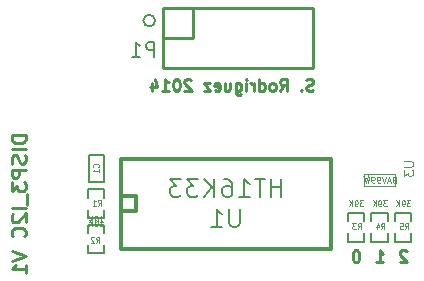
<source format=gbo>
%FSLAX34Y34*%
G04 Gerber Fmt 3.4, Leading zero omitted, Abs format*
G04 (created by PCBNEW (2014-04-07 BZR 4791)-product) date ons  9 apr 2014 20:42:48*
%MOIN*%
G01*
G70*
G90*
G04 APERTURE LIST*
%ADD10C,0.005906*%
%ADD11C,0.009843*%
%ADD12C,0.007874*%
%ADD13C,0.005000*%
%ADD14C,0.010000*%
%ADD15C,0.012000*%
%ADD16C,0.003100*%
%ADD17C,0.004500*%
%ADD18C,0.008000*%
%ADD19C,0.006000*%
%ADD20C,0.004700*%
%ADD21C,0.003900*%
G04 APERTURE END LIST*
G54D10*
G54D11*
X57236Y-37167D02*
X57180Y-37185D01*
X57086Y-37185D01*
X57049Y-37167D01*
X57030Y-37148D01*
X57011Y-37110D01*
X57011Y-37073D01*
X57030Y-37035D01*
X57049Y-37017D01*
X57086Y-36998D01*
X57161Y-36979D01*
X57199Y-36961D01*
X57217Y-36942D01*
X57236Y-36904D01*
X57236Y-36867D01*
X57217Y-36829D01*
X57199Y-36811D01*
X57161Y-36792D01*
X57067Y-36792D01*
X57011Y-36811D01*
X56842Y-37148D02*
X56824Y-37167D01*
X56842Y-37185D01*
X56861Y-37167D01*
X56842Y-37148D01*
X56842Y-37185D01*
X56130Y-37185D02*
X56261Y-36998D01*
X56355Y-37185D02*
X56355Y-36792D01*
X56205Y-36792D01*
X56167Y-36811D01*
X56149Y-36829D01*
X56130Y-36867D01*
X56130Y-36923D01*
X56149Y-36961D01*
X56167Y-36979D01*
X56205Y-36998D01*
X56355Y-36998D01*
X55905Y-37185D02*
X55943Y-37167D01*
X55961Y-37148D01*
X55980Y-37110D01*
X55980Y-36998D01*
X55961Y-36961D01*
X55943Y-36942D01*
X55905Y-36923D01*
X55849Y-36923D01*
X55811Y-36942D01*
X55793Y-36961D01*
X55774Y-36998D01*
X55774Y-37110D01*
X55793Y-37148D01*
X55811Y-37167D01*
X55849Y-37185D01*
X55905Y-37185D01*
X55436Y-37185D02*
X55436Y-36792D01*
X55436Y-37167D02*
X55474Y-37185D01*
X55549Y-37185D01*
X55586Y-37167D01*
X55605Y-37148D01*
X55624Y-37110D01*
X55624Y-36998D01*
X55605Y-36961D01*
X55586Y-36942D01*
X55549Y-36923D01*
X55474Y-36923D01*
X55436Y-36942D01*
X55249Y-37185D02*
X55249Y-36923D01*
X55249Y-36998D02*
X55230Y-36961D01*
X55211Y-36942D01*
X55174Y-36923D01*
X55136Y-36923D01*
X55005Y-37185D02*
X55005Y-36923D01*
X55005Y-36792D02*
X55024Y-36811D01*
X55005Y-36829D01*
X54986Y-36811D01*
X55005Y-36792D01*
X55005Y-36829D01*
X54649Y-36923D02*
X54649Y-37242D01*
X54668Y-37279D01*
X54686Y-37298D01*
X54724Y-37317D01*
X54780Y-37317D01*
X54818Y-37298D01*
X54649Y-37167D02*
X54686Y-37185D01*
X54761Y-37185D01*
X54799Y-37167D01*
X54818Y-37148D01*
X54836Y-37110D01*
X54836Y-36998D01*
X54818Y-36961D01*
X54799Y-36942D01*
X54761Y-36923D01*
X54686Y-36923D01*
X54649Y-36942D01*
X54293Y-36923D02*
X54293Y-37185D01*
X54461Y-36923D02*
X54461Y-37129D01*
X54443Y-37167D01*
X54405Y-37185D01*
X54349Y-37185D01*
X54311Y-37167D01*
X54293Y-37148D01*
X53955Y-37167D02*
X53993Y-37185D01*
X54068Y-37185D01*
X54105Y-37167D01*
X54124Y-37129D01*
X54124Y-36979D01*
X54105Y-36942D01*
X54068Y-36923D01*
X53993Y-36923D01*
X53955Y-36942D01*
X53937Y-36979D01*
X53937Y-37017D01*
X54124Y-37054D01*
X53805Y-36923D02*
X53599Y-36923D01*
X53805Y-37185D01*
X53599Y-37185D01*
X53168Y-36829D02*
X53149Y-36811D01*
X53112Y-36792D01*
X53018Y-36792D01*
X52980Y-36811D01*
X52962Y-36829D01*
X52943Y-36867D01*
X52943Y-36904D01*
X52962Y-36961D01*
X53187Y-37185D01*
X52943Y-37185D01*
X52699Y-36792D02*
X52662Y-36792D01*
X52624Y-36811D01*
X52605Y-36829D01*
X52587Y-36867D01*
X52568Y-36942D01*
X52568Y-37035D01*
X52587Y-37110D01*
X52605Y-37148D01*
X52624Y-37167D01*
X52662Y-37185D01*
X52699Y-37185D01*
X52737Y-37167D01*
X52755Y-37148D01*
X52774Y-37110D01*
X52793Y-37035D01*
X52793Y-36942D01*
X52774Y-36867D01*
X52755Y-36829D01*
X52737Y-36811D01*
X52699Y-36792D01*
X52193Y-37185D02*
X52418Y-37185D01*
X52305Y-37185D02*
X52305Y-36792D01*
X52343Y-36848D01*
X52380Y-36886D01*
X52418Y-36904D01*
X51856Y-36923D02*
X51856Y-37185D01*
X51949Y-36773D02*
X52043Y-37054D01*
X51799Y-37054D01*
X47654Y-38661D02*
X47182Y-38661D01*
X47182Y-38773D01*
X47204Y-38841D01*
X47249Y-38886D01*
X47294Y-38908D01*
X47384Y-38931D01*
X47452Y-38931D01*
X47542Y-38908D01*
X47587Y-38886D01*
X47632Y-38841D01*
X47654Y-38773D01*
X47654Y-38661D01*
X47654Y-39133D02*
X47182Y-39133D01*
X47632Y-39336D02*
X47654Y-39403D01*
X47654Y-39516D01*
X47632Y-39561D01*
X47609Y-39583D01*
X47564Y-39606D01*
X47519Y-39606D01*
X47474Y-39583D01*
X47452Y-39561D01*
X47429Y-39516D01*
X47407Y-39426D01*
X47384Y-39381D01*
X47362Y-39358D01*
X47317Y-39336D01*
X47272Y-39336D01*
X47227Y-39358D01*
X47204Y-39381D01*
X47182Y-39426D01*
X47182Y-39538D01*
X47204Y-39606D01*
X47654Y-39808D02*
X47182Y-39808D01*
X47182Y-39988D01*
X47204Y-40033D01*
X47227Y-40056D01*
X47272Y-40078D01*
X47339Y-40078D01*
X47384Y-40056D01*
X47407Y-40033D01*
X47429Y-39988D01*
X47429Y-39808D01*
X47182Y-40236D02*
X47182Y-40528D01*
X47362Y-40371D01*
X47362Y-40438D01*
X47384Y-40483D01*
X47407Y-40506D01*
X47452Y-40528D01*
X47564Y-40528D01*
X47609Y-40506D01*
X47632Y-40483D01*
X47654Y-40438D01*
X47654Y-40303D01*
X47632Y-40258D01*
X47609Y-40236D01*
X47699Y-40618D02*
X47699Y-40978D01*
X47654Y-41091D02*
X47182Y-41091D01*
X47227Y-41293D02*
X47204Y-41316D01*
X47182Y-41361D01*
X47182Y-41473D01*
X47204Y-41518D01*
X47227Y-41541D01*
X47272Y-41563D01*
X47317Y-41563D01*
X47384Y-41541D01*
X47654Y-41271D01*
X47654Y-41563D01*
X47609Y-42035D02*
X47632Y-42013D01*
X47654Y-41946D01*
X47654Y-41901D01*
X47632Y-41833D01*
X47587Y-41788D01*
X47542Y-41766D01*
X47452Y-41743D01*
X47384Y-41743D01*
X47294Y-41766D01*
X47249Y-41788D01*
X47204Y-41833D01*
X47182Y-41901D01*
X47182Y-41946D01*
X47204Y-42013D01*
X47227Y-42035D01*
X47182Y-42530D02*
X47654Y-42688D01*
X47182Y-42845D01*
X47654Y-43250D02*
X47654Y-42980D01*
X47654Y-43115D02*
X47182Y-43115D01*
X47249Y-43070D01*
X47294Y-43025D01*
X47317Y-42980D01*
X60348Y-42538D02*
X60329Y-42519D01*
X60292Y-42500D01*
X60198Y-42500D01*
X60161Y-42519D01*
X60142Y-42538D01*
X60123Y-42575D01*
X60123Y-42613D01*
X60142Y-42669D01*
X60367Y-42894D01*
X60123Y-42894D01*
X59336Y-42894D02*
X59561Y-42894D01*
X59448Y-42894D02*
X59448Y-42500D01*
X59486Y-42557D01*
X59523Y-42594D01*
X59561Y-42613D01*
X58680Y-42500D02*
X58642Y-42500D01*
X58605Y-42519D01*
X58586Y-42538D01*
X58567Y-42575D01*
X58548Y-42650D01*
X58548Y-42744D01*
X58567Y-42819D01*
X58586Y-42857D01*
X58605Y-42875D01*
X58642Y-42894D01*
X58680Y-42894D01*
X58717Y-42875D01*
X58736Y-42857D01*
X58755Y-42819D01*
X58773Y-42744D01*
X58773Y-42650D01*
X58755Y-42575D01*
X58736Y-42538D01*
X58717Y-42519D01*
X58680Y-42500D01*
G54D12*
X51968Y-34842D02*
G75*
G03X51968Y-34842I-196J0D01*
G74*
G01*
G54D13*
X50250Y-40213D02*
X50250Y-39313D01*
X50250Y-39313D02*
X49750Y-39313D01*
X49750Y-39313D02*
X49750Y-40213D01*
X49750Y-40213D02*
X50250Y-40213D01*
G54D14*
X52224Y-36433D02*
X57224Y-36433D01*
X57224Y-36433D02*
X57224Y-34433D01*
X57224Y-34433D02*
X53224Y-34433D01*
X52224Y-36433D02*
X52224Y-35433D01*
X52224Y-34433D02*
X53224Y-34433D01*
X52224Y-35433D02*
X53224Y-35433D01*
X53224Y-35433D02*
X53224Y-34433D01*
X52224Y-34433D02*
X52224Y-35433D01*
G54D13*
X50275Y-41141D02*
X50275Y-41419D01*
X50275Y-41419D02*
X49725Y-41419D01*
X49725Y-41419D02*
X49725Y-41141D01*
X50275Y-40469D02*
X50275Y-40747D01*
X50275Y-40469D02*
X49725Y-40469D01*
X49725Y-40469D02*
X49725Y-40747D01*
X49725Y-41928D02*
X49725Y-41650D01*
X49725Y-41650D02*
X50275Y-41650D01*
X50275Y-41650D02*
X50275Y-41928D01*
X49725Y-42600D02*
X49725Y-42322D01*
X49725Y-42600D02*
X50275Y-42600D01*
X50275Y-42600D02*
X50275Y-42322D01*
X58936Y-41929D02*
X58936Y-42207D01*
X58936Y-42207D02*
X58386Y-42207D01*
X58386Y-42207D02*
X58386Y-41929D01*
X58936Y-41257D02*
X58936Y-41535D01*
X58936Y-41257D02*
X58386Y-41257D01*
X58386Y-41257D02*
X58386Y-41535D01*
X59723Y-41929D02*
X59723Y-42207D01*
X59723Y-42207D02*
X59173Y-42207D01*
X59173Y-42207D02*
X59173Y-41929D01*
X59723Y-41257D02*
X59723Y-41535D01*
X59723Y-41257D02*
X59173Y-41257D01*
X59173Y-41257D02*
X59173Y-41535D01*
X60511Y-41929D02*
X60511Y-42207D01*
X60511Y-42207D02*
X59961Y-42207D01*
X59961Y-42207D02*
X59961Y-41929D01*
X60511Y-41257D02*
X60511Y-41535D01*
X60511Y-41257D02*
X59961Y-41257D01*
X59961Y-41257D02*
X59961Y-41535D01*
G54D15*
X57830Y-41944D02*
X57830Y-39444D01*
X57830Y-39444D02*
X50830Y-39444D01*
X50830Y-39444D02*
X50830Y-42444D01*
X50830Y-42444D02*
X57830Y-42444D01*
X57830Y-42444D02*
X57830Y-41944D01*
X50830Y-41194D02*
X51330Y-41194D01*
X51330Y-41194D02*
X51330Y-40694D01*
X51330Y-40694D02*
X50830Y-40694D01*
G54D16*
X59084Y-40039D02*
G75*
G03X59084Y-40039I-79J0D01*
G74*
G01*
X59948Y-40357D02*
X59948Y-39957D01*
X58923Y-40357D02*
X58923Y-39957D01*
X59948Y-39957D02*
X58923Y-39957D01*
X58923Y-40357D02*
X59948Y-40357D01*
G54D17*
X50071Y-39733D02*
X50080Y-39725D01*
X50090Y-39699D01*
X50090Y-39682D01*
X50080Y-39656D01*
X50061Y-39639D01*
X50042Y-39630D01*
X50004Y-39622D01*
X49976Y-39622D01*
X49938Y-39630D01*
X49919Y-39639D01*
X49900Y-39656D01*
X49890Y-39682D01*
X49890Y-39699D01*
X49900Y-39725D01*
X49909Y-39733D01*
X50090Y-39905D02*
X50090Y-39802D01*
X50090Y-39853D02*
X49890Y-39853D01*
X49919Y-39836D01*
X49938Y-39819D01*
X49947Y-39802D01*
G54D18*
X51943Y-36052D02*
X51943Y-35552D01*
X51753Y-35552D01*
X51705Y-35576D01*
X51681Y-35600D01*
X51658Y-35648D01*
X51658Y-35719D01*
X51681Y-35767D01*
X51705Y-35791D01*
X51753Y-35814D01*
X51943Y-35814D01*
X51181Y-36052D02*
X51467Y-36052D01*
X51324Y-36052D02*
X51324Y-35552D01*
X51372Y-35624D01*
X51420Y-35672D01*
X51467Y-35695D01*
G54D17*
X50055Y-41009D02*
X50115Y-40915D01*
X50157Y-41009D02*
X50157Y-40812D01*
X50089Y-40812D01*
X50072Y-40821D01*
X50063Y-40830D01*
X50055Y-40849D01*
X50055Y-40877D01*
X50063Y-40896D01*
X50072Y-40905D01*
X50089Y-40915D01*
X50157Y-40915D01*
X49883Y-41009D02*
X49986Y-41009D01*
X49935Y-41009D02*
X49935Y-40812D01*
X49952Y-40840D01*
X49969Y-40858D01*
X49986Y-40868D01*
X50124Y-41704D02*
X50227Y-41704D01*
X50175Y-41704D02*
X50175Y-41504D01*
X50192Y-41532D01*
X50210Y-41551D01*
X50227Y-41561D01*
X50012Y-41504D02*
X49995Y-41504D01*
X49978Y-41513D01*
X49970Y-41523D01*
X49961Y-41542D01*
X49952Y-41580D01*
X49952Y-41628D01*
X49961Y-41666D01*
X49970Y-41685D01*
X49978Y-41694D01*
X49995Y-41704D01*
X50012Y-41704D01*
X50030Y-41694D01*
X50038Y-41685D01*
X50047Y-41666D01*
X50055Y-41628D01*
X50055Y-41580D01*
X50047Y-41542D01*
X50038Y-41523D01*
X50030Y-41513D01*
X50012Y-41504D01*
X49875Y-41704D02*
X49875Y-41504D01*
X49772Y-41704D02*
X49850Y-41590D01*
X49772Y-41504D02*
X49875Y-41618D01*
X50005Y-42240D02*
X50065Y-42146D01*
X50107Y-42240D02*
X50107Y-42043D01*
X50039Y-42043D01*
X50022Y-42052D01*
X50013Y-42061D01*
X50005Y-42080D01*
X50005Y-42108D01*
X50013Y-42127D01*
X50022Y-42136D01*
X50039Y-42146D01*
X50107Y-42146D01*
X49936Y-42061D02*
X49927Y-42052D01*
X49910Y-42043D01*
X49867Y-42043D01*
X49850Y-42052D01*
X49842Y-42061D01*
X49833Y-42080D01*
X49833Y-42099D01*
X49842Y-42127D01*
X49945Y-42240D01*
X49833Y-42240D01*
X50124Y-41547D02*
X50227Y-41547D01*
X50175Y-41547D02*
X50175Y-41347D01*
X50192Y-41376D01*
X50210Y-41395D01*
X50227Y-41404D01*
X50012Y-41347D02*
X49995Y-41347D01*
X49978Y-41356D01*
X49970Y-41366D01*
X49961Y-41385D01*
X49952Y-41423D01*
X49952Y-41471D01*
X49961Y-41509D01*
X49970Y-41528D01*
X49978Y-41537D01*
X49995Y-41547D01*
X50012Y-41547D01*
X50030Y-41537D01*
X50038Y-41528D01*
X50047Y-41509D01*
X50055Y-41471D01*
X50055Y-41423D01*
X50047Y-41385D01*
X50038Y-41366D01*
X50030Y-41356D01*
X50012Y-41347D01*
X49875Y-41547D02*
X49875Y-41347D01*
X49772Y-41547D02*
X49850Y-41433D01*
X49772Y-41347D02*
X49875Y-41461D01*
X58716Y-41796D02*
X58776Y-41702D01*
X58819Y-41796D02*
X58819Y-41599D01*
X58750Y-41599D01*
X58733Y-41608D01*
X58724Y-41618D01*
X58716Y-41636D01*
X58716Y-41665D01*
X58724Y-41683D01*
X58733Y-41693D01*
X58750Y-41702D01*
X58819Y-41702D01*
X58656Y-41599D02*
X58544Y-41599D01*
X58604Y-41674D01*
X58579Y-41674D01*
X58562Y-41683D01*
X58553Y-41693D01*
X58544Y-41711D01*
X58544Y-41758D01*
X58553Y-41777D01*
X58562Y-41787D01*
X58579Y-41796D01*
X58630Y-41796D01*
X58647Y-41787D01*
X58656Y-41777D01*
X58897Y-40835D02*
X58785Y-40835D01*
X58845Y-40911D01*
X58819Y-40911D01*
X58802Y-40921D01*
X58794Y-40930D01*
X58785Y-40949D01*
X58785Y-40997D01*
X58794Y-41016D01*
X58802Y-41025D01*
X58819Y-41035D01*
X58871Y-41035D01*
X58888Y-41025D01*
X58897Y-41016D01*
X58699Y-41035D02*
X58665Y-41035D01*
X58648Y-41025D01*
X58639Y-41016D01*
X58622Y-40987D01*
X58614Y-40949D01*
X58614Y-40873D01*
X58622Y-40854D01*
X58631Y-40844D01*
X58648Y-40835D01*
X58682Y-40835D01*
X58699Y-40844D01*
X58708Y-40854D01*
X58717Y-40873D01*
X58717Y-40921D01*
X58708Y-40940D01*
X58699Y-40949D01*
X58682Y-40959D01*
X58648Y-40959D01*
X58631Y-40949D01*
X58622Y-40940D01*
X58614Y-40921D01*
X58537Y-41035D02*
X58537Y-40835D01*
X58434Y-41035D02*
X58511Y-40921D01*
X58434Y-40835D02*
X58537Y-40949D01*
X59503Y-41796D02*
X59563Y-41702D01*
X59606Y-41796D02*
X59606Y-41599D01*
X59538Y-41599D01*
X59520Y-41608D01*
X59512Y-41618D01*
X59503Y-41636D01*
X59503Y-41665D01*
X59512Y-41683D01*
X59520Y-41693D01*
X59538Y-41702D01*
X59606Y-41702D01*
X59349Y-41665D02*
X59349Y-41796D01*
X59392Y-41590D02*
X59435Y-41730D01*
X59323Y-41730D01*
X59684Y-40835D02*
X59573Y-40835D01*
X59633Y-40911D01*
X59607Y-40911D01*
X59590Y-40921D01*
X59581Y-40930D01*
X59573Y-40949D01*
X59573Y-40997D01*
X59581Y-41016D01*
X59590Y-41025D01*
X59607Y-41035D01*
X59658Y-41035D01*
X59675Y-41025D01*
X59684Y-41016D01*
X59487Y-41035D02*
X59453Y-41035D01*
X59435Y-41025D01*
X59427Y-41016D01*
X59410Y-40987D01*
X59401Y-40949D01*
X59401Y-40873D01*
X59410Y-40854D01*
X59418Y-40844D01*
X59435Y-40835D01*
X59470Y-40835D01*
X59487Y-40844D01*
X59495Y-40854D01*
X59504Y-40873D01*
X59504Y-40921D01*
X59495Y-40940D01*
X59487Y-40949D01*
X59470Y-40959D01*
X59435Y-40959D01*
X59418Y-40949D01*
X59410Y-40940D01*
X59401Y-40921D01*
X59324Y-41035D02*
X59324Y-40835D01*
X59221Y-41035D02*
X59298Y-40921D01*
X59221Y-40835D02*
X59324Y-40949D01*
X60291Y-41796D02*
X60351Y-41702D01*
X60394Y-41796D02*
X60394Y-41599D01*
X60325Y-41599D01*
X60308Y-41608D01*
X60299Y-41618D01*
X60291Y-41636D01*
X60291Y-41665D01*
X60299Y-41683D01*
X60308Y-41693D01*
X60325Y-41702D01*
X60394Y-41702D01*
X60128Y-41599D02*
X60214Y-41599D01*
X60222Y-41693D01*
X60214Y-41683D01*
X60196Y-41674D01*
X60154Y-41674D01*
X60136Y-41683D01*
X60128Y-41693D01*
X60119Y-41711D01*
X60119Y-41758D01*
X60128Y-41777D01*
X60136Y-41787D01*
X60154Y-41796D01*
X60196Y-41796D01*
X60214Y-41787D01*
X60222Y-41777D01*
X60471Y-40835D02*
X60360Y-40835D01*
X60420Y-40911D01*
X60394Y-40911D01*
X60377Y-40921D01*
X60369Y-40930D01*
X60360Y-40949D01*
X60360Y-40997D01*
X60369Y-41016D01*
X60377Y-41025D01*
X60394Y-41035D01*
X60446Y-41035D01*
X60463Y-41025D01*
X60471Y-41016D01*
X60274Y-41035D02*
X60240Y-41035D01*
X60223Y-41025D01*
X60214Y-41016D01*
X60197Y-40987D01*
X60189Y-40949D01*
X60189Y-40873D01*
X60197Y-40854D01*
X60206Y-40844D01*
X60223Y-40835D01*
X60257Y-40835D01*
X60274Y-40844D01*
X60283Y-40854D01*
X60291Y-40873D01*
X60291Y-40921D01*
X60283Y-40940D01*
X60274Y-40949D01*
X60257Y-40959D01*
X60223Y-40959D01*
X60206Y-40949D01*
X60197Y-40940D01*
X60189Y-40921D01*
X60111Y-41035D02*
X60111Y-40835D01*
X60009Y-41035D02*
X60086Y-40921D01*
X60009Y-40835D02*
X60111Y-40949D01*
G54D19*
X54787Y-41114D02*
X54787Y-41600D01*
X54759Y-41657D01*
X54730Y-41685D01*
X54673Y-41714D01*
X54559Y-41714D01*
X54502Y-41685D01*
X54473Y-41657D01*
X54444Y-41600D01*
X54444Y-41114D01*
X53844Y-41714D02*
X54187Y-41714D01*
X54016Y-41714D02*
X54016Y-41114D01*
X54073Y-41200D01*
X54130Y-41257D01*
X54187Y-41285D01*
X56173Y-40716D02*
X56173Y-40116D01*
X56173Y-40402D02*
X55830Y-40402D01*
X55830Y-40716D02*
X55830Y-40116D01*
X55630Y-40116D02*
X55287Y-40116D01*
X55459Y-40716D02*
X55459Y-40116D01*
X54773Y-40716D02*
X55116Y-40716D01*
X54944Y-40716D02*
X54944Y-40116D01*
X55002Y-40202D01*
X55059Y-40259D01*
X55116Y-40287D01*
X54259Y-40116D02*
X54373Y-40116D01*
X54430Y-40144D01*
X54459Y-40173D01*
X54516Y-40259D01*
X54544Y-40373D01*
X54544Y-40602D01*
X54516Y-40659D01*
X54487Y-40687D01*
X54430Y-40716D01*
X54316Y-40716D01*
X54259Y-40687D01*
X54230Y-40659D01*
X54202Y-40602D01*
X54202Y-40459D01*
X54230Y-40402D01*
X54259Y-40373D01*
X54316Y-40344D01*
X54430Y-40344D01*
X54487Y-40373D01*
X54516Y-40402D01*
X54544Y-40459D01*
X53944Y-40716D02*
X53944Y-40116D01*
X53602Y-40716D02*
X53859Y-40373D01*
X53602Y-40116D02*
X53944Y-40459D01*
X53402Y-40116D02*
X53030Y-40116D01*
X53230Y-40344D01*
X53144Y-40344D01*
X53087Y-40373D01*
X53059Y-40402D01*
X53030Y-40459D01*
X53030Y-40602D01*
X53059Y-40659D01*
X53087Y-40687D01*
X53144Y-40716D01*
X53316Y-40716D01*
X53373Y-40687D01*
X53402Y-40659D01*
X52830Y-40116D02*
X52459Y-40116D01*
X52659Y-40344D01*
X52573Y-40344D01*
X52516Y-40373D01*
X52487Y-40402D01*
X52459Y-40459D01*
X52459Y-40602D01*
X52487Y-40659D01*
X52516Y-40687D01*
X52573Y-40716D01*
X52744Y-40716D01*
X52802Y-40687D01*
X52830Y-40659D01*
G54D20*
X60268Y-39535D02*
X60511Y-39535D01*
X60540Y-39549D01*
X60554Y-39563D01*
X60568Y-39592D01*
X60568Y-39649D01*
X60554Y-39678D01*
X60540Y-39692D01*
X60511Y-39706D01*
X60268Y-39706D01*
X60268Y-39820D02*
X60268Y-40006D01*
X60383Y-39906D01*
X60383Y-39949D01*
X60397Y-39978D01*
X60411Y-39992D01*
X60440Y-40006D01*
X60511Y-40006D01*
X60540Y-39992D01*
X60554Y-39978D01*
X60568Y-39949D01*
X60568Y-39863D01*
X60554Y-39835D01*
X60540Y-39820D01*
G54D21*
X59928Y-40143D02*
X59900Y-40152D01*
X59891Y-40162D01*
X59881Y-40180D01*
X59881Y-40209D01*
X59891Y-40227D01*
X59900Y-40237D01*
X59919Y-40246D01*
X59994Y-40246D01*
X59994Y-40049D01*
X59928Y-40049D01*
X59910Y-40058D01*
X59900Y-40068D01*
X59891Y-40087D01*
X59891Y-40105D01*
X59900Y-40124D01*
X59910Y-40134D01*
X59928Y-40143D01*
X59994Y-40143D01*
X59806Y-40190D02*
X59713Y-40190D01*
X59825Y-40246D02*
X59759Y-40049D01*
X59694Y-40246D01*
X59656Y-40049D02*
X59591Y-40246D01*
X59525Y-40049D01*
X59450Y-40246D02*
X59412Y-40246D01*
X59394Y-40237D01*
X59384Y-40227D01*
X59365Y-40199D01*
X59356Y-40162D01*
X59356Y-40087D01*
X59365Y-40068D01*
X59375Y-40058D01*
X59394Y-40049D01*
X59431Y-40049D01*
X59450Y-40058D01*
X59459Y-40068D01*
X59469Y-40087D01*
X59469Y-40134D01*
X59459Y-40152D01*
X59450Y-40162D01*
X59431Y-40171D01*
X59394Y-40171D01*
X59375Y-40162D01*
X59365Y-40152D01*
X59356Y-40134D01*
X59262Y-40246D02*
X59225Y-40246D01*
X59206Y-40237D01*
X59197Y-40227D01*
X59178Y-40199D01*
X59168Y-40162D01*
X59168Y-40087D01*
X59178Y-40068D01*
X59187Y-40058D01*
X59206Y-40049D01*
X59243Y-40049D01*
X59262Y-40058D01*
X59272Y-40068D01*
X59281Y-40087D01*
X59281Y-40134D01*
X59272Y-40152D01*
X59262Y-40162D01*
X59243Y-40171D01*
X59206Y-40171D01*
X59187Y-40162D01*
X59178Y-40152D01*
X59168Y-40134D01*
X59103Y-40049D02*
X59056Y-40246D01*
X59018Y-40105D01*
X58981Y-40246D01*
X58934Y-40049D01*
M02*

</source>
